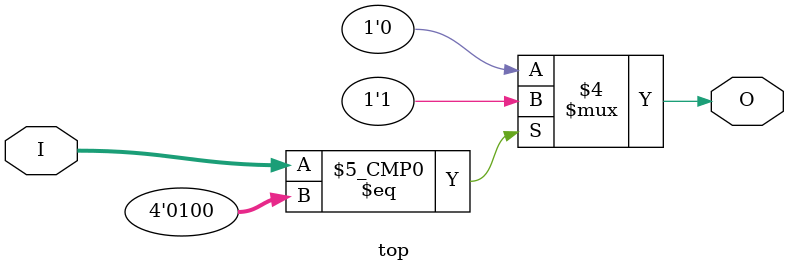
<source format=v>
module top( (* keep *) input [3:0] I, output O);
    always @(I)
    case(I)
        4'b0100 : O = 1;
        4'b0000 : O = 0;
        default : O = 0;
    endcase
endmodule // top

</source>
